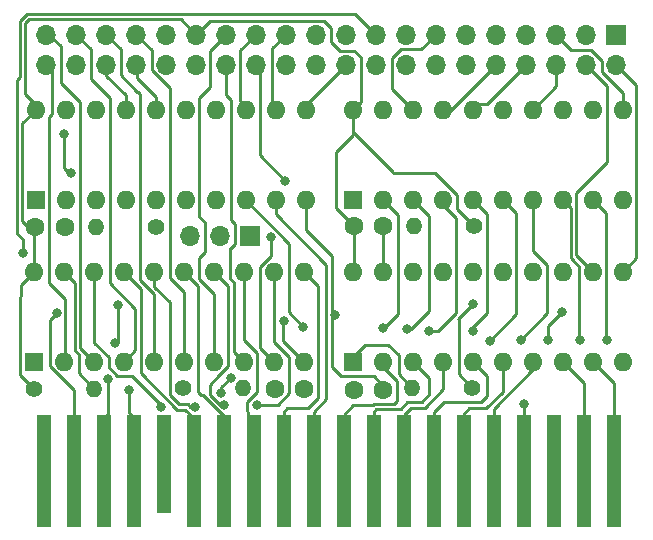
<source format=gbr>
%TF.GenerationSoftware,KiCad,Pcbnew,(6.0.7)*%
%TF.CreationDate,2023-01-26T09:38:32+00:00*%
%TF.ProjectId,CoCo_FPGA_Hat,436f436f-5f46-4504-9741-5f4861742e6b,0*%
%TF.SameCoordinates,Original*%
%TF.FileFunction,Copper,L1,Top*%
%TF.FilePolarity,Positive*%
%FSLAX46Y46*%
G04 Gerber Fmt 4.6, Leading zero omitted, Abs format (unit mm)*
G04 Created by KiCad (PCBNEW (6.0.7)) date 2023-01-26 09:38:32*
%MOMM*%
%LPD*%
G01*
G04 APERTURE LIST*
%TA.AperFunction,ComponentPad*%
%ADD10C,1.400000*%
%TD*%
%TA.AperFunction,ComponentPad*%
%ADD11O,1.400000X1.400000*%
%TD*%
%TA.AperFunction,ComponentPad*%
%ADD12C,1.600000*%
%TD*%
%TA.AperFunction,ComponentPad*%
%ADD13R,1.600000X1.600000*%
%TD*%
%TA.AperFunction,ComponentPad*%
%ADD14O,1.600000X1.600000*%
%TD*%
%TA.AperFunction,SMDPad,CuDef*%
%ADD15R,1.270000X9.525000*%
%TD*%
%TA.AperFunction,SMDPad,CuDef*%
%ADD16R,1.244176X8.338103*%
%TD*%
%TA.AperFunction,ComponentPad*%
%ADD17R,1.700000X1.700000*%
%TD*%
%TA.AperFunction,ComponentPad*%
%ADD18O,1.700000X1.700000*%
%TD*%
%TA.AperFunction,ViaPad*%
%ADD19C,0.800000*%
%TD*%
%TA.AperFunction,Conductor*%
%ADD20C,0.250000*%
%TD*%
G04 APERTURE END LIST*
D10*
%TO.P,R1,1*%
%TO.N,Vdd*%
X75500000Y-64850000D03*
D11*
%TO.P,R1,2*%
%TO.N,Net-(P1-Pad18)*%
X80580000Y-64850000D03*
%TD*%
D12*
%TO.P,C3,1*%
%TO.N,GNDREF*%
X92430000Y-51110000D03*
%TO.P,C3,2*%
%TO.N,Vdd*%
X89930000Y-51110000D03*
%TD*%
%TO.P,C2,1*%
%TO.N,GNDREF*%
X92430000Y-64980000D03*
%TO.P,C2,2*%
%TO.N,Vdd*%
X89930000Y-64980000D03*
%TD*%
D13*
%TO.P,U1,1,DIR*%
%TO.N,Net-(P1-Pad18)*%
X62840000Y-62600000D03*
D14*
%TO.P,U1,2,A1*%
%TO.N,C_D0*%
X65380000Y-62600000D03*
%TO.P,U1,3,A2*%
%TO.N,C_D1*%
X67920000Y-62600000D03*
%TO.P,U1,4,A3*%
%TO.N,C_D2*%
X70460000Y-62600000D03*
%TO.P,U1,5,A4*%
%TO.N,C_D3*%
X73000000Y-62600000D03*
%TO.P,U1,6,A5*%
%TO.N,C_D4*%
X75540000Y-62600000D03*
%TO.P,U1,7,A6*%
%TO.N,C_D5*%
X78080000Y-62600000D03*
%TO.P,U1,8,A7*%
%TO.N,C_D6*%
X80620000Y-62600000D03*
%TO.P,U1,9,A8*%
%TO.N,C_D7*%
X83160000Y-62600000D03*
%TO.P,U1,10,GND*%
%TO.N,GNDREF*%
X85700000Y-62600000D03*
%TO.P,U1,11,B8*%
%TO.N,D7*%
X85700000Y-54980000D03*
%TO.P,U1,12,B7*%
%TO.N,D6*%
X83160000Y-54980000D03*
%TO.P,U1,13,B6*%
%TO.N,D5*%
X80620000Y-54980000D03*
%TO.P,U1,14,B5*%
%TO.N,D4*%
X78080000Y-54980000D03*
%TO.P,U1,15,B4*%
%TO.N,D3*%
X75540000Y-54980000D03*
%TO.P,U1,16,B3*%
%TO.N,D2*%
X73000000Y-54980000D03*
%TO.P,U1,17,B2*%
%TO.N,D1*%
X70460000Y-54980000D03*
%TO.P,U1,18,B1*%
%TO.N,D0*%
X67920000Y-54980000D03*
%TO.P,U1,19,/OE*%
%TO.N,{slash}C_BUSDIR*%
X65380000Y-54980000D03*
%TO.P,U1,20,Vcc*%
%TO.N,Vdd*%
X62840000Y-54980000D03*
%TD*%
D13*
%TO.P,U3,1,DIR*%
%TO.N,Net-(R3-Pad2)*%
X89845000Y-48860000D03*
D14*
%TO.P,U3,2,A1*%
%TO.N,A3*%
X92385000Y-48860000D03*
%TO.P,U3,3,A2*%
%TO.N,A5*%
X94925000Y-48860000D03*
%TO.P,U3,4,A3*%
%TO.N,A7*%
X97465000Y-48860000D03*
%TO.P,U3,5,A4*%
%TO.N,A9*%
X100005000Y-48860000D03*
%TO.P,U3,6,A5*%
%TO.N,A11*%
X102545000Y-48860000D03*
%TO.P,U3,7,A6*%
%TO.N,\u002ACTS*%
X105085000Y-48860000D03*
%TO.P,U3,8,A7*%
%TO.N,\u002ASCS*%
X107625000Y-48860000D03*
%TO.P,U3,9,A8*%
%TO.N,A14*%
X110165000Y-48860000D03*
%TO.P,U3,10,GND*%
%TO.N,GNDREF*%
X112705000Y-48860000D03*
%TO.P,U3,11,B8*%
%TO.N,C_A14*%
X112705000Y-41240000D03*
%TO.P,U3,12,B7*%
%TO.N,\u002AC_SCS*%
X110165000Y-41240000D03*
%TO.P,U3,13,B6*%
%TO.N,\u002AC_CTS*%
X107625000Y-41240000D03*
%TO.P,U3,14,B5*%
%TO.N,C_A11*%
X105085000Y-41240000D03*
%TO.P,U3,15,B4*%
%TO.N,C_A9*%
X102545000Y-41240000D03*
%TO.P,U3,16,B3*%
%TO.N,C_A7*%
X100005000Y-41240000D03*
%TO.P,U3,17,B2*%
%TO.N,C_A5*%
X97465000Y-41240000D03*
%TO.P,U3,18,B1*%
%TO.N,C_A3*%
X94925000Y-41240000D03*
%TO.P,U3,19,/OE*%
%TO.N,GNDREF*%
X92385000Y-41240000D03*
%TO.P,U3,20,Vcc*%
%TO.N,Vdd*%
X89845000Y-41240000D03*
%TD*%
D15*
%TO.P,P1,1,-12V*%
%TO.N,unconnected-(P1-Pad1)*%
X63665000Y-71829000D03*
%TO.P,P1,3,~{HALT}*%
%TO.N,\u002AHALT*%
X66205000Y-71829000D03*
%TO.P,P1,5,~{RESET}*%
%TO.N,\u002ARESET*%
X68745000Y-71829000D03*
%TO.P,P1,7,Q*%
%TO.N,Q*%
X71285000Y-71829000D03*
D16*
%TO.P,P1,9,+5V*%
%TO.N,+5V*%
X73812088Y-71262519D03*
D15*
%TO.P,P1,11,D1*%
%TO.N,D1*%
X76365000Y-71829000D03*
%TO.P,P1,13,D3*%
%TO.N,D3*%
X78905000Y-71829000D03*
%TO.P,P1,15,D5*%
%TO.N,D5*%
X81445000Y-71829000D03*
%TO.P,P1,17,D7*%
%TO.N,D7*%
X83985000Y-71829000D03*
%TO.P,P1,19,A0*%
%TO.N,A0*%
X86525000Y-71829000D03*
%TO.P,P1,21,A2*%
%TO.N,A2*%
X89065000Y-71829000D03*
%TO.P,P1,23,A4*%
%TO.N,A4*%
X91605000Y-71829000D03*
%TO.P,P1,25,A6*%
%TO.N,A6*%
X94145000Y-71829000D03*
%TO.P,P1,27,A8*%
%TO.N,A8*%
X96685000Y-71829000D03*
%TO.P,P1,29,A10*%
%TO.N,A10*%
X99225000Y-71829000D03*
%TO.P,P1,31,A12*%
%TO.N,A12*%
X101765000Y-71829000D03*
%TO.P,P1,33,GND@1*%
%TO.N,GNDREF*%
X104305000Y-71829000D03*
%TO.P,P1,35,SND*%
%TO.N,unconnected-(P1-Pad35)*%
X106845000Y-71829000D03*
%TO.P,P1,37,A13*%
%TO.N,A13*%
X109385000Y-71829000D03*
%TO.P,P1,39,A15*%
%TO.N,A15*%
X111925000Y-71829000D03*
%TD*%
D10*
%TO.P,R2,1*%
%TO.N,Vdd*%
X99950000Y-64810000D03*
D11*
%TO.P,R2,2*%
%TO.N,Net-(R2-Pad2)*%
X94870000Y-64810000D03*
%TD*%
D12*
%TO.P,C1,1*%
%TO.N,GNDREF*%
X83220000Y-64860000D03*
%TO.P,C1,2*%
%TO.N,Vdd*%
X85720000Y-64860000D03*
%TD*%
%TO.P,C4,1*%
%TO.N,GNDREF*%
X65440000Y-51170000D03*
%TO.P,C4,2*%
%TO.N,Vdd*%
X62940000Y-51170000D03*
%TD*%
D10*
%TO.P,R3,1*%
%TO.N,Vdd*%
X100120000Y-51130000D03*
D11*
%TO.P,R3,2*%
%TO.N,Net-(R3-Pad2)*%
X95040000Y-51130000D03*
%TD*%
D13*
%TO.P,U4,1,DIR*%
%TO.N,Net-(R4-Pad2)*%
X62995000Y-48900000D03*
D14*
%TO.P,U4,2,A1*%
%TO.N,\u002AC_NMI_SLENB*%
X65535000Y-48900000D03*
%TO.P,U4,3,A2*%
%TO.N,\u002ARESET*%
X68075000Y-48900000D03*
%TO.P,U4,4,A3*%
%TO.N,\u002ARW*%
X70615000Y-48900000D03*
%TO.P,U4,5,A4*%
%TO.N,\u002AC_HALT*%
X73155000Y-48900000D03*
%TO.P,U4,6,A5*%
%TO.N,\u002AC_CART*%
X75695000Y-48900000D03*
%TO.P,U4,7,A6*%
%TO.N,Q*%
X78235000Y-48900000D03*
%TO.P,U4,8,A7*%
%TO.N,A1*%
X80775000Y-48900000D03*
%TO.P,U4,9,A8*%
%TO.N,A0*%
X83315000Y-48900000D03*
%TO.P,U4,10,GND*%
%TO.N,GNDREF*%
X85855000Y-48900000D03*
%TO.P,U4,11,B8*%
%TO.N,C_A0*%
X85855000Y-41280000D03*
%TO.P,U4,12,B7*%
%TO.N,C_A1*%
X83315000Y-41280000D03*
%TO.P,U4,13,B6*%
%TO.N,C_Q*%
X80775000Y-41280000D03*
%TO.P,U4,14,B5*%
%TO.N,\u002ACART*%
X78235000Y-41280000D03*
%TO.P,U4,15,B4*%
%TO.N,\u002AHALT*%
X75695000Y-41280000D03*
%TO.P,U4,16,B3*%
%TO.N,\u002AC_RW*%
X73155000Y-41280000D03*
%TO.P,U4,17,B2*%
%TO.N,\u002AC_RESET*%
X70615000Y-41280000D03*
%TO.P,U4,18,B1*%
%TO.N,\u002ANMI_SLENB*%
X68075000Y-41280000D03*
%TO.P,U4,19,/OE*%
%TO.N,GNDREF*%
X65535000Y-41280000D03*
%TO.P,U4,20,Vcc*%
%TO.N,Vdd*%
X62995000Y-41280000D03*
%TD*%
D13*
%TO.P,U2,1,DIR*%
%TO.N,Net-(R2-Pad2)*%
X89840000Y-62590000D03*
D14*
%TO.P,U2,2,A1*%
%TO.N,A2*%
X92380000Y-62590000D03*
%TO.P,U2,3,A2*%
%TO.N,A4*%
X94920000Y-62590000D03*
%TO.P,U2,4,A3*%
%TO.N,A6*%
X97460000Y-62590000D03*
%TO.P,U2,5,A4*%
%TO.N,A8*%
X100000000Y-62590000D03*
%TO.P,U2,6,A5*%
%TO.N,A10*%
X102540000Y-62590000D03*
%TO.P,U2,7,A6*%
%TO.N,A12*%
X105080000Y-62590000D03*
%TO.P,U2,8,A7*%
%TO.N,A13*%
X107620000Y-62590000D03*
%TO.P,U2,9,A8*%
%TO.N,A15*%
X110160000Y-62590000D03*
%TO.P,U2,10,GND*%
%TO.N,GNDREF*%
X112700000Y-62590000D03*
%TO.P,U2,11,B8*%
%TO.N,C_A15*%
X112700000Y-54970000D03*
%TO.P,U2,12,B7*%
%TO.N,C_A13*%
X110160000Y-54970000D03*
%TO.P,U2,13,B6*%
%TO.N,C_A12*%
X107620000Y-54970000D03*
%TO.P,U2,14,B5*%
%TO.N,C_A10*%
X105080000Y-54970000D03*
%TO.P,U2,15,B4*%
%TO.N,C_A8*%
X102540000Y-54970000D03*
%TO.P,U2,16,B3*%
%TO.N,C_A6*%
X100000000Y-54970000D03*
%TO.P,U2,17,B2*%
%TO.N,C_A4*%
X97460000Y-54970000D03*
%TO.P,U2,18,B1*%
%TO.N,C_A2*%
X94920000Y-54970000D03*
%TO.P,U2,19,/OE*%
%TO.N,GNDREF*%
X92380000Y-54970000D03*
%TO.P,U2,20,Vcc*%
%TO.N,Vdd*%
X89840000Y-54970000D03*
%TD*%
D10*
%TO.P,R4,1*%
%TO.N,Vdd*%
X73210000Y-51160000D03*
D11*
%TO.P,R4,2*%
%TO.N,Net-(R4-Pad2)*%
X68130000Y-51160000D03*
%TD*%
D17*
%TO.P,IDC1,1,Pin_1*%
%TO.N,unconnected-(IDC1-Pad1)*%
X112125000Y-34885000D03*
D18*
%TO.P,IDC1,2,Pin_2*%
%TO.N,C_A15*%
X112125000Y-37425000D03*
%TO.P,IDC1,3,Pin_3*%
%TO.N,\u002AC_SCS*%
X109585000Y-34885000D03*
%TO.P,IDC1,4,Pin_4*%
%TO.N,C_A13*%
X109585000Y-37425000D03*
%TO.P,IDC1,5,Pin_5*%
%TO.N,C_A14*%
X107045000Y-34885000D03*
%TO.P,IDC1,6,Pin_6*%
%TO.N,C_A11*%
X107045000Y-37425000D03*
%TO.P,IDC1,7,Pin_7*%
%TO.N,\u002AC_CTS*%
X104505000Y-34885000D03*
%TO.P,IDC1,8,Pin_8*%
%TO.N,C_A7*%
X104505000Y-37425000D03*
%TO.P,IDC1,9,Pin_9*%
%TO.N,C_A9*%
X101965000Y-34885000D03*
%TO.P,IDC1,10,Pin_10*%
%TO.N,C_A5*%
X101965000Y-37425000D03*
%TO.P,IDC1,11,Pin_11*%
%TO.N,unconnected-(IDC1-Pad11)*%
X99425000Y-34885000D03*
%TO.P,IDC1,12,Pin_12*%
%TO.N,GNDREF*%
X99425000Y-37425000D03*
%TO.P,IDC1,13,Pin_13*%
%TO.N,C_A3*%
X96885000Y-34885000D03*
%TO.P,IDC1,14,Pin_14*%
%TO.N,C_A12*%
X96885000Y-37425000D03*
%TO.P,IDC1,15,Pin_15*%
%TO.N,C_A10*%
X94345000Y-34885000D03*
%TO.P,IDC1,16,Pin_16*%
%TO.N,C_A8*%
X94345000Y-37425000D03*
%TO.P,IDC1,17,Pin_17*%
%TO.N,{slash}C_BUSDIR*%
X91805000Y-34885000D03*
%TO.P,IDC1,18,Pin_18*%
%TO.N,C_A6*%
X91805000Y-37425000D03*
%TO.P,IDC1,19,Pin_19*%
%TO.N,unconnected-(IDC1-Pad19)*%
X89265000Y-34885000D03*
%TO.P,IDC1,20,Pin_20*%
%TO.N,C_A0*%
X89265000Y-37425000D03*
%TO.P,IDC1,21,Pin_21*%
%TO.N,unconnected-(IDC1-Pad21)*%
X86725000Y-34885000D03*
%TO.P,IDC1,22,Pin_22*%
%TO.N,C_A4*%
X86725000Y-37425000D03*
%TO.P,IDC1,23,Pin_23*%
%TO.N,C_A1*%
X84185000Y-34885000D03*
%TO.P,IDC1,24,Pin_24*%
%TO.N,C_A2*%
X84185000Y-37425000D03*
%TO.P,IDC1,25,Pin_25*%
%TO.N,C_Q*%
X81645000Y-34885000D03*
%TO.P,IDC1,26,Pin_26*%
%TO.N,C_D7*%
X81645000Y-37425000D03*
%TO.P,IDC1,27,Pin_27*%
%TO.N,C_D5*%
X79105000Y-34885000D03*
%TO.P,IDC1,28,Pin_28*%
%TO.N,C_D6*%
X79105000Y-37425000D03*
%TO.P,IDC1,29,Pin_29*%
%TO.N,Vdd*%
X76565000Y-34885000D03*
%TO.P,IDC1,30,Pin_30*%
%TO.N,GNDREF*%
X76565000Y-37425000D03*
%TO.P,IDC1,31,Pin_31*%
%TO.N,\u002AC_HALT*%
X74025000Y-34885000D03*
%TO.P,IDC1,32,Pin_32*%
%TO.N,\u002AC_CART*%
X74025000Y-37425000D03*
%TO.P,IDC1,33,Pin_33*%
%TO.N,C_D4*%
X71485000Y-34885000D03*
%TO.P,IDC1,34,Pin_34*%
%TO.N,\u002AC_RW*%
X71485000Y-37425000D03*
%TO.P,IDC1,35,Pin_35*%
%TO.N,C_D3*%
X68945000Y-34885000D03*
%TO.P,IDC1,36,Pin_36*%
%TO.N,\u002AC_RESET*%
X68945000Y-37425000D03*
%TO.P,IDC1,37,Pin_37*%
%TO.N,C_D2*%
X66405000Y-34885000D03*
%TO.P,IDC1,38,Pin_38*%
%TO.N,\u002AC_NMI_SLENB*%
X66405000Y-37425000D03*
%TO.P,IDC1,39,Pin_39*%
%TO.N,C_D1*%
X63865000Y-34885000D03*
%TO.P,IDC1,40,Pin_40*%
%TO.N,C_D0*%
X63865000Y-37425000D03*
%TD*%
D17*
%TO.P,J1,1,Pin_1*%
%TO.N,\u002ASLENB*%
X81105000Y-51960000D03*
D18*
%TO.P,J1,2,Pin_2*%
%TO.N,\u002ANMI_SLENB*%
X78565000Y-51960000D03*
%TO.P,J1,3,Pin_3*%
%TO.N,\u002ANMI*%
X76025000Y-51960000D03*
%TD*%
D10*
%TO.P,R6,1*%
%TO.N,Vdd*%
X62830000Y-64870000D03*
D11*
%TO.P,R6,2*%
%TO.N,{slash}C_BUSDIR*%
X67910000Y-64870000D03*
%TD*%
D19*
%TO.N,Vdd*%
X65410000Y-43290000D03*
X65950000Y-46580000D03*
X100030000Y-57690000D03*
%TO.N,C_D7*%
X84139705Y-47260294D03*
X82915201Y-52064799D03*
%TO.N,\u002ASCS*%
X109050000Y-60724500D03*
%TO.N,\u002AHALT*%
X64755500Y-58450000D03*
%TO.N,\u002ARESET*%
X69930000Y-57780000D03*
X69700000Y-61030000D03*
X69095450Y-64034550D03*
%TO.N,Q*%
X70920000Y-64950000D03*
%TO.N,\u002ACART*%
X78697195Y-65254996D03*
X79500000Y-63940000D03*
%TO.N,D0*%
X73638695Y-66419500D03*
%TO.N,D2*%
X76457688Y-66402312D03*
%TO.N,D4*%
X78947299Y-66222701D03*
%TO.N,D6*%
X81687084Y-66217083D03*
%TO.N,A1*%
X85660000Y-59610000D03*
%TO.N,A3*%
X92360000Y-59710000D03*
%TO.N,A5*%
X94430000Y-59790000D03*
%TO.N,A7*%
X96260000Y-60010000D03*
%TO.N,A9*%
X99990000Y-60010000D03*
%TO.N,A11*%
X101430000Y-60840000D03*
%TO.N,\u002ACTS*%
X104090000Y-60740000D03*
%TO.N,A14*%
X111400000Y-60724500D03*
%TO.N,GNDREF*%
X84020000Y-59180000D03*
X104305000Y-66135000D03*
X106360000Y-60740000D03*
X88314500Y-58604085D03*
X107510000Y-58390000D03*
%TO.N,{slash}C_BUSDIR*%
X61940000Y-53410000D03*
%TD*%
D20*
%TO.N,Vdd*%
X88720000Y-36250000D02*
X89950000Y-36250000D01*
X93260000Y-46540000D02*
X89845000Y-43125000D01*
X62995000Y-41280000D02*
X61860000Y-42415000D01*
X89930000Y-54880000D02*
X89840000Y-54970000D01*
X62380000Y-51170000D02*
X62940000Y-51170000D01*
X89845000Y-43355000D02*
X88380000Y-44820000D01*
X90490000Y-40595000D02*
X89845000Y-41240000D01*
X99950000Y-64810000D02*
X98800000Y-63660000D01*
X98778198Y-58938198D02*
X98816396Y-58900000D01*
X98800000Y-63660000D02*
X98800000Y-58960000D01*
X96795991Y-46600000D02*
X93260000Y-46600000D01*
X61750000Y-56070000D02*
X61750000Y-56990000D01*
X62840000Y-54980000D02*
X61750000Y-56070000D01*
X90490000Y-36790000D02*
X90490000Y-40595000D01*
X98660000Y-49670000D02*
X98660000Y-48464009D01*
X89845000Y-41240000D02*
X89845000Y-43125000D01*
X62995000Y-40825000D02*
X62995000Y-41280000D01*
X62100000Y-39930000D02*
X62995000Y-40825000D01*
X100120000Y-51130000D02*
X98660000Y-49670000D01*
X62840000Y-54980000D02*
X62840000Y-51270000D01*
X89950000Y-36250000D02*
X90490000Y-36790000D01*
X98816396Y-58900000D02*
X98820000Y-58900000D01*
X98660000Y-48464009D02*
X96795991Y-46600000D01*
X98800000Y-58960000D02*
X98778198Y-58938198D01*
X88020000Y-34360000D02*
X88020000Y-35550000D01*
X75260000Y-33580000D02*
X62420000Y-33580000D01*
X93260000Y-46600000D02*
X93260000Y-46540000D01*
X89930000Y-51110000D02*
X89930000Y-54880000D01*
X65410000Y-46150000D02*
X65410000Y-43290000D01*
X61750000Y-56990000D02*
X61670000Y-57070000D01*
X76565000Y-34885000D02*
X75260000Y-33580000D01*
X61860000Y-50650000D02*
X62380000Y-51170000D01*
X88380000Y-49560000D02*
X89930000Y-51110000D01*
X88380000Y-44820000D02*
X88380000Y-49560000D01*
X65840000Y-46580000D02*
X65410000Y-46150000D01*
X65950000Y-46580000D02*
X65840000Y-46580000D01*
X62100000Y-33900000D02*
X62100000Y-39930000D01*
X61670000Y-63710000D02*
X62830000Y-64870000D01*
X62840000Y-51270000D02*
X62940000Y-51170000D01*
X61670000Y-57070000D02*
X61670000Y-63710000D01*
X62420000Y-33580000D02*
X62100000Y-33900000D01*
X98820000Y-58900000D02*
X100030000Y-57690000D01*
X89845000Y-43125000D02*
X89845000Y-43355000D01*
X87370000Y-33710000D02*
X88020000Y-34360000D01*
X61860000Y-42415000D02*
X61860000Y-50650000D01*
X77740000Y-33710000D02*
X87370000Y-33710000D01*
X88020000Y-35550000D02*
X88720000Y-36250000D01*
X76565000Y-34885000D02*
X77740000Y-33710000D01*
%TO.N,\u002AC_RW*%
X73155000Y-41280000D02*
X73155000Y-40185000D01*
X71550000Y-38580000D02*
X71550000Y-37490000D01*
X73155000Y-40185000D02*
X71550000Y-38580000D01*
X71550000Y-37490000D02*
X71485000Y-37425000D01*
%TO.N,\u002AC_RESET*%
X68945000Y-38365000D02*
X70610000Y-40030000D01*
X70610000Y-40120000D02*
X70615000Y-40125000D01*
X68945000Y-37425000D02*
X68945000Y-38365000D01*
X70615000Y-40125000D02*
X70615000Y-41280000D01*
X70610000Y-40030000D02*
X70610000Y-40120000D01*
%TO.N,C_A15*%
X112700000Y-54970000D02*
X113830000Y-53840000D01*
X113830000Y-39130000D02*
X112125000Y-37425000D01*
X113830000Y-53840000D02*
X113830000Y-39130000D01*
%TO.N,C_A11*%
X107045000Y-37425000D02*
X107045000Y-39280000D01*
X107045000Y-39280000D02*
X105085000Y-41240000D01*
%TO.N,C_A7*%
X101200000Y-40730000D02*
X100515000Y-40730000D01*
X104505000Y-37425000D02*
X101200000Y-40730000D01*
X100515000Y-40730000D02*
X100005000Y-41240000D01*
%TO.N,C_A13*%
X108765000Y-53575000D02*
X108765000Y-48325000D01*
X108765000Y-48325000D02*
X111390000Y-45700000D01*
X111390000Y-45700000D02*
X111390000Y-39230000D01*
X110160000Y-54970000D02*
X108765000Y-53575000D01*
X111390000Y-39230000D02*
X109585000Y-37425000D01*
%TO.N,C_D0*%
X63865000Y-37425000D02*
X64390000Y-37950000D01*
X65480000Y-57280000D02*
X65480000Y-62500000D01*
X64130000Y-55930000D02*
X65480000Y-57280000D01*
X65480000Y-62500000D02*
X65380000Y-62600000D01*
X64390000Y-41590000D02*
X64130000Y-41850000D01*
X64130000Y-41850000D02*
X64130000Y-55930000D01*
X64390000Y-37950000D02*
X64390000Y-41590000D01*
%TO.N,C_A14*%
X112705000Y-39795000D02*
X112705000Y-41240000D01*
X108320000Y-36160000D02*
X109981701Y-36160000D01*
X110950000Y-38040000D02*
X112705000Y-39795000D01*
X107045000Y-34885000D02*
X108320000Y-36160000D01*
X110950000Y-37128299D02*
X110950000Y-38040000D01*
X109981701Y-36160000D02*
X110950000Y-37128299D01*
%TO.N,C_D1*%
X66780000Y-40630000D02*
X66780000Y-61460000D01*
X65100000Y-38950000D02*
X66780000Y-40630000D01*
X65100000Y-35870000D02*
X65100000Y-38950000D01*
X63865000Y-34885000D02*
X64115000Y-34885000D01*
X64115000Y-34885000D02*
X65100000Y-35870000D01*
X66780000Y-61460000D02*
X67920000Y-62600000D01*
%TO.N,C_A0*%
X85855000Y-40835000D02*
X89265000Y-37425000D01*
X85855000Y-41280000D02*
X85855000Y-40835000D01*
%TO.N,C_D2*%
X71425000Y-61635000D02*
X71425000Y-58125000D01*
X69240000Y-40260000D02*
X67630000Y-38650000D01*
X70460000Y-62600000D02*
X71425000Y-61635000D01*
X67630000Y-38650000D02*
X67630000Y-36110000D01*
X69240000Y-55940000D02*
X69240000Y-40260000D01*
X67630000Y-36110000D02*
X66405000Y-34885000D01*
X71425000Y-58125000D02*
X69240000Y-55940000D01*
%TO.N,C_A1*%
X83010000Y-36060000D02*
X83010000Y-40975000D01*
X84185000Y-34885000D02*
X83010000Y-36060000D01*
X83010000Y-40975000D02*
X83315000Y-41280000D01*
%TO.N,C_D3*%
X71810000Y-39935000D02*
X71615000Y-39740000D01*
X70180000Y-36120000D02*
X68945000Y-34885000D01*
X71600000Y-39740000D02*
X70180000Y-38320000D01*
X73000000Y-56883604D02*
X71810000Y-55693604D01*
X70180000Y-38320000D02*
X70180000Y-36120000D01*
X71615000Y-39740000D02*
X71600000Y-39740000D01*
X73000000Y-62600000D02*
X73000000Y-56883604D01*
X71810000Y-55693604D02*
X71810000Y-39935000D01*
%TO.N,C_D4*%
X75540000Y-62600000D02*
X75540000Y-56700000D01*
X72800000Y-36200000D02*
X71485000Y-34885000D01*
X74340000Y-39440000D02*
X72800000Y-37900000D01*
X74340000Y-55500000D02*
X74340000Y-39440000D01*
X72800000Y-37900000D02*
X72800000Y-36200000D01*
X75540000Y-56700000D02*
X74340000Y-55500000D01*
%TO.N,C_A3*%
X93900000Y-36150000D02*
X93170000Y-36880000D01*
X93170000Y-39485000D02*
X94925000Y-41240000D01*
X96885000Y-34885000D02*
X95620000Y-36150000D01*
X93170000Y-36880000D02*
X93170000Y-39485000D01*
X95620000Y-36150000D02*
X93900000Y-36150000D01*
%TO.N,C_D5*%
X77290000Y-50790000D02*
X76810000Y-50310000D01*
X76810000Y-53780000D02*
X77290000Y-53300000D01*
X78080000Y-62600000D02*
X78080000Y-56870000D01*
X77740000Y-36250000D02*
X79105000Y-34885000D01*
X77290000Y-53300000D02*
X77290000Y-50790000D01*
X76810000Y-50310000D02*
X76820000Y-50300000D01*
X77740000Y-39300000D02*
X77740000Y-36250000D01*
X76820000Y-40220000D02*
X77740000Y-39300000D01*
X76820000Y-50300000D02*
X76820000Y-40220000D01*
X76810000Y-55600000D02*
X76810000Y-53780000D01*
X78080000Y-56870000D02*
X76810000Y-55600000D01*
%TO.N,C_D6*%
X79520000Y-50560000D02*
X79520000Y-40450000D01*
X79105000Y-40035000D02*
X79520000Y-40450000D01*
X79860000Y-52600000D02*
X79860000Y-50900000D01*
X79105000Y-37425000D02*
X79105000Y-40035000D01*
X79760000Y-55870000D02*
X79760000Y-61740000D01*
X79860000Y-50900000D02*
X79520000Y-50560000D01*
X79760000Y-61740000D02*
X80620000Y-62600000D01*
X79440000Y-53020000D02*
X79860000Y-52600000D01*
X79440000Y-55550000D02*
X79760000Y-55870000D01*
X79440000Y-53000000D02*
X79440000Y-55550000D01*
%TO.N,C_A5*%
X98150000Y-41240000D02*
X97465000Y-41240000D01*
X101965000Y-37425000D02*
X98150000Y-41240000D01*
%TO.N,C_D7*%
X82915201Y-53633808D02*
X81960000Y-54589009D01*
X81950000Y-45070589D02*
X81950000Y-37730000D01*
X81960000Y-61400000D02*
X83160000Y-62600000D01*
X82915201Y-52064799D02*
X82915201Y-53633808D01*
X81960000Y-54589009D02*
X81960000Y-61400000D01*
X81950000Y-37730000D02*
X81645000Y-37425000D01*
X84139705Y-47260294D02*
X81950000Y-45070589D01*
%TO.N,\u002ASCS*%
X108460000Y-53970000D02*
X108460000Y-53960000D01*
X108315000Y-53815000D02*
X108315000Y-49550000D01*
X109025699Y-54535699D02*
X108460000Y-53970000D01*
X108315000Y-49550000D02*
X107625000Y-48860000D01*
X108460000Y-53960000D02*
X108315000Y-53815000D01*
X109025699Y-60700199D02*
X109025699Y-54535699D01*
X109050000Y-60724500D02*
X109025699Y-60700199D01*
%TO.N,\u002AHALT*%
X66205000Y-65015991D02*
X66205000Y-71829000D01*
X64170000Y-62980991D02*
X66205000Y-65015991D01*
X64755500Y-58450000D02*
X64170000Y-59035500D01*
X64170000Y-59035500D02*
X64170000Y-62980991D01*
%TO.N,\u002ARESET*%
X69095450Y-64034550D02*
X69095450Y-66964550D01*
X69930000Y-60800000D02*
X69700000Y-61030000D01*
X68745000Y-67315000D02*
X68745000Y-71829000D01*
X69930000Y-57780000D02*
X69930000Y-60800000D01*
X69095450Y-66964550D02*
X68745000Y-67315000D01*
%TO.N,Q*%
X71285000Y-67285000D02*
X71285000Y-71829000D01*
X70920000Y-64950000D02*
X70910000Y-64960000D01*
X70910000Y-66910000D02*
X71285000Y-67285000D01*
X70910000Y-64960000D02*
X70910000Y-66910000D01*
%TO.N,\u002ACART*%
X79500000Y-63940000D02*
X78697195Y-64742805D01*
X78697195Y-64742805D02*
X78697195Y-65254996D01*
%TO.N,D0*%
X73638695Y-66419500D02*
X73638695Y-66268695D01*
X69160000Y-63074500D02*
X69160000Y-62220000D01*
X69870000Y-63780000D02*
X69164500Y-63074500D01*
X67920000Y-60980000D02*
X67920000Y-54980000D01*
X69164500Y-63074500D02*
X69160000Y-63074500D01*
X69160000Y-62220000D02*
X67920000Y-60980000D01*
X71150000Y-63780000D02*
X69870000Y-63780000D01*
X73638695Y-66268695D02*
X71150000Y-63780000D01*
%TO.N,D1*%
X71875000Y-63551396D02*
X74963604Y-66640000D01*
X74963604Y-66640000D02*
X75670778Y-66640000D01*
X71875000Y-56395000D02*
X71875000Y-63551396D01*
X75670778Y-66640000D02*
X76365000Y-67334222D01*
X76365000Y-67334222D02*
X76365000Y-71829000D01*
X70460000Y-54980000D02*
X71875000Y-56395000D01*
%TO.N,D2*%
X76069486Y-66402312D02*
X75857174Y-66190000D01*
X76457688Y-66402312D02*
X76069486Y-66402312D01*
X74340000Y-65380000D02*
X74340000Y-57560000D01*
X73000000Y-56220000D02*
X73000000Y-54980000D01*
X75857174Y-66190000D02*
X75150000Y-66190000D01*
X74340000Y-57560000D02*
X73000000Y-56220000D01*
X75150000Y-66190000D02*
X74340000Y-65380000D01*
%TO.N,D3*%
X76710000Y-65120000D02*
X76710000Y-56150000D01*
X77020000Y-65430000D02*
X76710000Y-65120000D01*
X76710000Y-56150000D02*
X75540000Y-54980000D01*
X77130000Y-65430000D02*
X77020000Y-65430000D01*
X78905000Y-67205000D02*
X77130000Y-65430000D01*
X78905000Y-71829000D02*
X78905000Y-67205000D01*
%TO.N,D4*%
X77720000Y-64520000D02*
X78515000Y-63725000D01*
X78947299Y-66222701D02*
X78559097Y-66222701D01*
X77720000Y-65383604D02*
X77720000Y-64520000D01*
X78515000Y-63725000D02*
X78545991Y-63725000D01*
X78910000Y-55810000D02*
X78080000Y-54980000D01*
X79310000Y-62960991D02*
X79310000Y-56160000D01*
X78960000Y-55810000D02*
X78910000Y-55810000D01*
X78545991Y-63725000D02*
X79310000Y-62960991D01*
X78559097Y-66222701D02*
X77720000Y-65383604D01*
X79310000Y-56160000D02*
X78960000Y-55810000D01*
%TO.N,D5*%
X81745000Y-61865000D02*
X81745000Y-65134569D01*
X80620000Y-60740000D02*
X81745000Y-61865000D01*
X80620000Y-54980000D02*
X80620000Y-60740000D01*
X80890000Y-66779222D02*
X80935000Y-66824222D01*
X80935000Y-66824222D02*
X80935000Y-71319000D01*
X80935000Y-71319000D02*
X81445000Y-71829000D01*
X81745000Y-65134569D02*
X80890000Y-65989569D01*
X80890000Y-65989569D02*
X80890000Y-66779222D01*
%TO.N,D6*%
X83492917Y-66217083D02*
X84440000Y-65270000D01*
X81687084Y-66217083D02*
X83492917Y-66217083D01*
X84440000Y-62160000D02*
X83160000Y-60880000D01*
X83160000Y-60880000D02*
X83160000Y-54980000D01*
X84440000Y-65270000D02*
X84440000Y-62160000D01*
%TO.N,D7*%
X84301500Y-66500000D02*
X86020000Y-66500000D01*
X83985000Y-71829000D02*
X83985000Y-66816500D01*
X86860000Y-56140000D02*
X85700000Y-54980000D01*
X83985000Y-66816500D02*
X84301500Y-66500000D01*
X86020000Y-66500000D02*
X86860000Y-65660000D01*
X86860000Y-65660000D02*
X86860000Y-56140000D01*
%TO.N,A0*%
X87600000Y-65741500D02*
X87600000Y-58796396D01*
X87590000Y-58786396D02*
X87590000Y-54390000D01*
X87590000Y-54390000D02*
X83315000Y-50115000D01*
X87600000Y-58796396D02*
X87590000Y-58786396D01*
X83315000Y-50115000D02*
X83315000Y-48900000D01*
X86525000Y-71829000D02*
X86525000Y-66816500D01*
X86525000Y-66816500D02*
X87600000Y-65741500D01*
%TO.N,A1*%
X85660000Y-59610000D02*
X84460000Y-58410000D01*
X84460000Y-52585000D02*
X80775000Y-48900000D01*
X84460000Y-58410000D02*
X84460000Y-52585000D01*
%TO.N,A2*%
X93560000Y-65930000D02*
X93360000Y-66130000D01*
X92380000Y-63050000D02*
X93560000Y-64230000D01*
X89860000Y-66270000D02*
X89065000Y-67065000D01*
X93560000Y-64230000D02*
X93560000Y-65930000D01*
X89065000Y-67065000D02*
X89065000Y-71829000D01*
X93360000Y-66130000D02*
X91655104Y-66130000D01*
X92380000Y-62590000D02*
X92380000Y-63050000D01*
X91655104Y-66130000D02*
X91515104Y-66270000D01*
X91515104Y-66270000D02*
X89860000Y-66270000D01*
%TO.N,A3*%
X93650000Y-58510000D02*
X93650000Y-50125000D01*
X92450000Y-59710000D02*
X93650000Y-58510000D01*
X93650000Y-50125000D02*
X92385000Y-48860000D01*
X92360000Y-59710000D02*
X92450000Y-59710000D01*
%TO.N,A4*%
X95680000Y-66010000D02*
X96330000Y-65360000D01*
X96330000Y-65360000D02*
X96330000Y-64000000D01*
X96330000Y-64000000D02*
X94920000Y-62590000D01*
X94460000Y-66010000D02*
X95680000Y-66010000D01*
X91605000Y-66816500D02*
X91841500Y-66580000D01*
X91841500Y-66580000D02*
X93890000Y-66580000D01*
X91605000Y-71829000D02*
X91605000Y-66816500D01*
X93890000Y-66580000D02*
X94460000Y-66010000D01*
%TO.N,A5*%
X94800000Y-59790000D02*
X96290000Y-58300000D01*
X94430000Y-59790000D02*
X94800000Y-59790000D01*
X96290000Y-50225000D02*
X94925000Y-48860000D01*
X96290000Y-58300000D02*
X96290000Y-50225000D01*
%TO.N,A6*%
X94145000Y-67075000D02*
X94750000Y-66470000D01*
X95920000Y-66470000D02*
X97460000Y-64930000D01*
X94750000Y-66470000D02*
X95920000Y-66470000D01*
X97460000Y-64930000D02*
X97460000Y-62590000D01*
X94145000Y-71829000D02*
X94145000Y-67075000D01*
%TO.N,A7*%
X97930000Y-49750000D02*
X97465000Y-49285000D01*
X97940000Y-49750000D02*
X97930000Y-49750000D01*
X98599301Y-50409301D02*
X97940000Y-49750000D01*
X97465000Y-49285000D02*
X97465000Y-48860000D01*
X96260000Y-60010000D02*
X97070000Y-60010000D01*
X97070000Y-60010000D02*
X98599301Y-58480699D01*
X98599301Y-58480699D02*
X98599301Y-50409301D01*
%TO.N,A8*%
X97541500Y-65960000D02*
X100700000Y-65960000D01*
X96685000Y-71829000D02*
X96685000Y-66816500D01*
X100700000Y-65960000D02*
X101190000Y-65470000D01*
X96685000Y-66816500D02*
X97541500Y-65960000D01*
X101190000Y-63780000D02*
X100000000Y-62590000D01*
X101190000Y-65470000D02*
X101190000Y-63780000D01*
%TO.N,A9*%
X99990000Y-60010000D02*
X99990000Y-59680000D01*
X101200000Y-58470000D02*
X101200000Y-50055000D01*
X99990000Y-59680000D02*
X101200000Y-58470000D01*
X101200000Y-50055000D02*
X100005000Y-48860000D01*
%TO.N,A10*%
X101143604Y-66540000D02*
X102540000Y-65143604D01*
X102540000Y-65143604D02*
X102540000Y-62590000D01*
X99712380Y-66540000D02*
X101143604Y-66540000D01*
X99225000Y-71829000D02*
X99225000Y-67027380D01*
X99225000Y-67027380D02*
X99712380Y-66540000D01*
%TO.N,A11*%
X103665000Y-58585000D02*
X103665000Y-52875000D01*
X103660000Y-49975000D02*
X102545000Y-48860000D01*
X103665000Y-52875000D02*
X103660000Y-52870000D01*
X101430000Y-60820000D02*
X103665000Y-58585000D01*
X101430000Y-60840000D02*
X101430000Y-60820000D01*
X103660000Y-52870000D02*
X103660000Y-49975000D01*
%TO.N,A12*%
X101765000Y-66555000D02*
X105080000Y-63240000D01*
X101765000Y-71829000D02*
X101765000Y-66555000D01*
X105080000Y-63240000D02*
X105080000Y-62590000D01*
%TO.N,\u002ACTS*%
X104090000Y-60740000D02*
X104090000Y-60720000D01*
X106320000Y-54420000D02*
X105085000Y-53185000D01*
X105085000Y-53185000D02*
X105085000Y-48860000D01*
X106320000Y-58490000D02*
X106320000Y-54420000D01*
X104090000Y-60720000D02*
X106320000Y-58490000D01*
%TO.N,A13*%
X109385000Y-71829000D02*
X109385000Y-64355000D01*
X109385000Y-64355000D02*
X107620000Y-62590000D01*
%TO.N,A14*%
X111400000Y-60724500D02*
X111305000Y-60629500D01*
X111305000Y-60629500D02*
X111305000Y-50000000D01*
X111305000Y-50000000D02*
X110165000Y-48860000D01*
%TO.N,A15*%
X111925000Y-71829000D02*
X111925000Y-64355000D01*
X111925000Y-64355000D02*
X110160000Y-62590000D01*
%TO.N,Net-(R2-Pad2)*%
X93710000Y-63650000D02*
X94870000Y-64810000D01*
X89840000Y-62590000D02*
X89840000Y-62230000D01*
X93710000Y-62060000D02*
X93710000Y-63650000D01*
X89840000Y-62230000D02*
X90870000Y-61200000D01*
X90870000Y-61200000D02*
X92850000Y-61200000D01*
X92850000Y-61200000D02*
X93710000Y-62060000D01*
%TO.N,GNDREF*%
X83930000Y-60830000D02*
X83930000Y-59270000D01*
X85855000Y-51455000D02*
X85855000Y-48900000D01*
X104305000Y-66205000D02*
X104330000Y-66180000D01*
X88050000Y-63050000D02*
X88050000Y-58500000D01*
X104305000Y-71829000D02*
X104305000Y-66205000D01*
X88040000Y-53640000D02*
X85855000Y-51455000D01*
X88040000Y-58600000D02*
X88040000Y-53640000D01*
X88830699Y-63830699D02*
X88050000Y-63050000D01*
X85700000Y-62600000D02*
X83930000Y-60830000D01*
X92430000Y-54920000D02*
X92380000Y-54970000D01*
X106360000Y-60740000D02*
X106360000Y-59540000D01*
X88314500Y-58604085D02*
X88310415Y-58600000D01*
X92430000Y-64830000D02*
X92430000Y-64630000D01*
X107510000Y-58390000D02*
X106360000Y-59540000D01*
X91630699Y-63830699D02*
X88830699Y-63830699D01*
X88310415Y-58600000D02*
X88040000Y-58600000D01*
X92430000Y-51110000D02*
X92430000Y-54920000D01*
X83930000Y-59270000D02*
X84020000Y-59180000D01*
X92430000Y-64630000D02*
X91630699Y-63830699D01*
%TO.N,{slash}C_BUSDIR*%
X62233604Y-33130000D02*
X90050000Y-33130000D01*
X66620000Y-63580000D02*
X67910000Y-64870000D01*
X61940000Y-53410000D02*
X61940000Y-52250000D01*
X66330000Y-55930000D02*
X66330000Y-61646396D01*
X66620000Y-61936396D02*
X66620000Y-63580000D01*
X61650000Y-38480000D02*
X61650000Y-33713604D01*
X61940000Y-52250000D02*
X61410000Y-51720000D01*
X66330000Y-61646396D02*
X66620000Y-61936396D01*
X65380000Y-54980000D02*
X66330000Y-55930000D01*
X61410000Y-38720000D02*
X61650000Y-38480000D01*
X61650000Y-33713604D02*
X62233604Y-33130000D01*
X90050000Y-33130000D02*
X91805000Y-34885000D01*
X61410000Y-51720000D02*
X61410000Y-38720000D01*
%TO.N,C_Q*%
X80300000Y-36230000D02*
X81645000Y-34885000D01*
X80775000Y-41280000D02*
X80775000Y-41015000D01*
X80300000Y-40540000D02*
X80300000Y-36230000D01*
X80775000Y-41015000D02*
X80300000Y-40540000D01*
%TD*%
M02*

</source>
